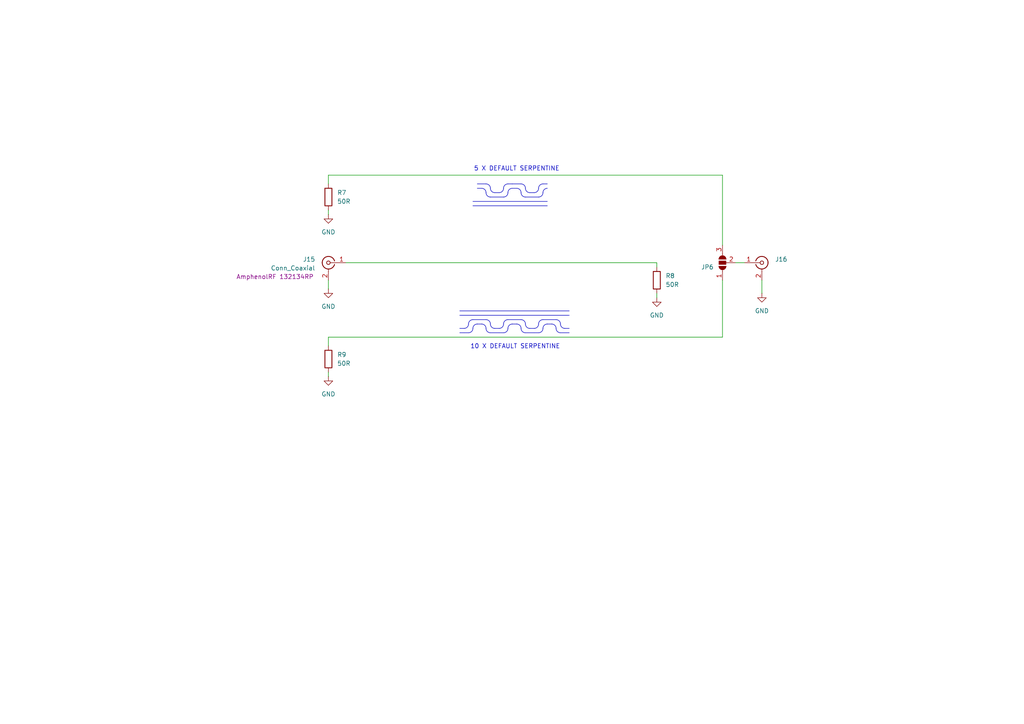
<source format=kicad_sch>
(kicad_sch (version 20250114) (generator "eeschema") (generator_version "9.0")
  (paper "A4")
  (title_block (title "\"Key\" - TL Characterization Test Board") (date "2026-01-27") (rev "A") (company "GHM") (comment 1 "Vendor: JLC PCB, $7") (comment 2 "Standard PCB process. No impedance control."))
  (lib_symbols
    (symbol "Connector:Conn_Coaxial" (pin_names (offset 1.016) (hide yes))
      (property "Reference" "J" (at 0.254 3.048 0))
      (property "Value" "Conn_Coaxial" (at 2.921 0 90))
      (symbol "Conn_Coaxial_0_1"
        (polyline (pts (xy -2.54 0) (xy -0.508 0)))
        (arc (start 1.778 0) (mid 0.222 -1.8079) (end -1.778 -0.508) (stroke (width 0.254)))
        (arc (start -1.778 0.508) (mid 0.2221 1.8084) (end 1.778 0) (stroke (width 0.254)))
        (circle (center 0 0) (radius 0.508) (stroke (width 0.2032)))
        (polyline (pts (xy 0 -2.54) (xy 0 -1.778)))
      )
      (symbol "Conn_Coaxial_1_1"
        (pin passive line (at -5.08 0 0) (length 2.54) (name "In") (number "1"))
        (pin passive line (at 0 -5.08 90) (length 2.54) (name "Ext") (number "2"))
      )
    )
    (symbol "Device:R" (pin_numbers (hide yes)) (pin_names (offset 0))
      (property "Reference" "R" (at 2.032 0 90))
      (property "Value" "R" (at 0 0 90))
      (symbol "R_0_1"
        (rectangle (start -1.016 -2.54) (end 1.016 2.54) (stroke (width 0.254)))
      )
      (symbol "R_1_1"
        (pin passive line (at 0 3.81 270) (length 1.27) (name "~") (number "1"))
        (pin passive line (at 0 -3.81 90) (length 1.27) (name "~") (number "2"))
      )
    )
    (symbol "Jumper:SolderJumper_3_Open" (pin_names (offset 0) (hide yes)) (exclude_from_sim yes) (in_bom no)
      (property "Reference" "JP" (at -2.54 -2.54 0))
      (property "Value" "SolderJumper_3_Open" (at 0 2.794 0))
      (symbol "SolderJumper_3_Open_0_1"
        (polyline (pts (xy -2.54 0) (xy -2.032 0)))
        (polyline (pts (xy -1.016 1.016) (xy -1.016 -1.016)))
        (arc (start -1.016 -1.016) (mid -2.0276 0) (end -1.016 1.016))
        (arc (start -1.016 -1.016) (mid -2.0276 0) (end -1.016 1.016) (fill (type outline)))
        (rectangle (start -0.508 1.016) (end 0.508 -1.016) (fill (type outline)))
        (polyline (pts (xy 0 -1.27) (xy 0 -1.016)))
        (arc (start 1.016 1.016) (mid 2.0276 0) (end 1.016 -1.016))
        (arc (start 1.016 1.016) (mid 2.0276 0) (end 1.016 -1.016) (fill (type outline)))
        (polyline (pts (xy 1.016 1.016) (xy 1.016 -1.016)))
        (polyline (pts (xy 2.54 0) (xy 2.032 0)))
      )
      (symbol "SolderJumper_3_Open_1_1"
        (pin passive line (at -5.08 0 0) (length 2.54) (name "A") (number "1"))
        (pin passive line (at 0 -3.81 90) (length 2.54) (name "C") (number "2"))
        (pin passive line (at 5.08 0 180) (length 2.54) (name "B") (number "3"))
      )
    )
    (symbol "power:GND" (power) (pin_numbers (hide yes)) (pin_names (offset 0) (hide yes))
      (property "Value" "GND" (at 0 -3.81 0))
      (symbol "GND_0_1"
        (polyline (pts (xy 0 0) (xy 0 -1.27) (xy 1.27 -1.27) (xy 0 -2.54) (xy -1.27 -1.27) (xy 0 -1.27)))
      )
      (symbol "GND_1_1"
        (pin power_in line (at 0 0 270) (length 0) (name "~") (number "1"))
      )
    )
  )
  (arc (start 151.13 53.34) (mid 152.028 53.712) (end 152.4 54.61))
  (arc (start 142.24 96.52) (mid 141.342 96.148) (end 140.97 95.25))
  (arc (start 156.21 54.61) (mid 155.838 55.508) (end 154.94 55.88))
  (arc (start 146.05 93.98) (mid 145.678 94.878) (end 144.78 95.25))
  (arc (start 151.13 92.71) (mid 152.028 93.082) (end 152.4 93.98))
  (arc (start 147.32 95.25) (mid 147.692 94.352) (end 148.59 93.98))
  (arc (start 147.32 95.25) (mid 146.948 96.148) (end 146.05 96.52))
  (arc (start 143.51 55.88) (mid 142.612 55.508) (end 142.24 54.61))
  (arc (start 163.83 95.25) (mid 162.932 94.878) (end 162.56 93.98))
  (arc (start 135.89 93.98) (mid 135.518 94.878) (end 134.62 95.25))
  (arc (start 142.24 57.15) (mid 141.342 56.778) (end 140.97 55.88))
  (arc (start 161.29 92.71) (mid 162.188 93.082) (end 162.56 93.98))
  (arc (start 147.32 55.88) (mid 147.692 54.982) (end 148.59 54.61))
  (arc (start 139.7 54.61) (mid 140.598 54.982) (end 140.97 55.88))
  (arc (start 156.21 93.98) (mid 155.838 94.878) (end 154.94 95.25))
  (arc (start 137.16 95.25) (mid 136.788 96.148) (end 135.89 96.52))
  (arc (start 149.86 93.98) (mid 150.758 94.352) (end 151.13 95.25))
  (arc (start 146.05 93.98) (mid 146.422 93.082) (end 147.32 92.71))
  (arc (start 149.86 54.61) (mid 150.758 54.982) (end 151.13 55.88))
  (arc (start 147.32 55.88) (mid 146.948 56.778) (end 146.05 57.15))
  (arc (start 146.05 54.61) (mid 146.422 53.712) (end 147.32 53.34))
  (arc (start 157.48 55.88) (mid 157.108 56.778) (end 156.21 57.15))
  (arc (start 143.51 95.25) (mid 142.612 94.878) (end 142.24 93.98))
  (arc (start 152.4 96.52) (mid 151.502 96.148) (end 151.13 95.25))
  (arc (start 156.21 54.61) (mid 156.582 53.712) (end 157.48 53.34))
  (arc (start 135.89 93.98) (mid 136.262 93.082) (end 137.16 92.71))
  (arc (start 153.67 95.25) (mid 152.772 94.878) (end 152.4 93.98))
  (arc (start 140.97 92.71) (mid 141.868 93.082) (end 142.24 93.98))
  (arc (start 160.02 93.98) (mid 160.918 94.352) (end 161.29 95.25))
  (arc (start 137.16 95.25) (mid 137.532 94.352) (end 138.43 93.98))
  (arc (start 153.67 55.88) (mid 152.772 55.508) (end 152.4 54.61))
  (arc (start 156.21 93.98) (mid 156.582 93.082) (end 157.48 92.71))
  (arc (start 140.97 53.34) (mid 141.868 53.712) (end 142.24 54.61))
  (arc (start 152.4 57.15) (mid 151.502 56.778) (end 151.13 55.88))
  (arc (start 146.05 54.61) (mid 145.678 55.508) (end 144.78 55.88))
  (arc (start 157.48 55.88) (mid 157.852 54.982) (end 158.75 54.61))
  (arc (start 139.7 93.98) (mid 140.598 94.352) (end 140.97 95.25))
  (arc (start 157.48 95.25) (mid 157.108 96.148) (end 156.21 96.52))
  (arc (start 157.48 95.25) (mid 157.852 94.352) (end 158.75 93.98))
  (arc (start 162.56 96.52) (mid 161.662 96.148) (end 161.29 95.25))
  (text "10 X DEFAULT SERPENTINE" (at 136.398 100.584 0) (effects (font (size 1.27 1.27)) (justify left)))
  (text "5 X DEFAULT SERPENTINE" (at 162.306 49.022 0) (effects (font (size 1.27 1.27)) (justify right)))
  (polyline (pts (xy 153.67 95.25) (xy 154.94 95.25)))
  (wire (pts (xy 220.98 81.28) (xy 220.98 85.09)))
  (polyline (pts (xy 133.35 90.17) (xy 165.1 90.17)))
  (polyline (pts (xy 139.7 54.61) (xy 138.43 54.61)))
  (polyline (pts (xy 162.56 96.52) (xy 165.1 96.52)))
  (polyline (pts (xy 163.83 95.25) (xy 165.1 95.25)))
  (polyline (pts (xy 140.97 53.34) (xy 138.43 53.34)))
  (wire (pts (xy 209.55 81.28) (xy 209.55 97.79)))
  (polyline (pts (xy 144.78 55.88) (xy 143.51 55.88)))
  (polyline (pts (xy 158.75 59.69) (xy 137.16 59.69)))
  (polyline (pts (xy 154.94 96.52) (xy 156.21 96.52)))
  (wire (pts (xy 95.25 50.8) (xy 209.55 50.8)))
  (polyline (pts (xy 154.94 55.88) (xy 153.67 55.88)))
  (polyline (pts (xy 133.35 91.44) (xy 165.1 91.44)))
  (polyline (pts (xy 149.86 54.61) (xy 148.59 54.61)))
  (polyline (pts (xy 148.59 53.34) (xy 147.32 53.34)))
  (polyline (pts (xy 142.24 96.52) (xy 144.78 96.52)))
  (polyline (pts (xy 152.4 96.52) (xy 154.94 96.52)))
  (polyline (pts (xy 156.21 57.15) (xy 152.4 57.15)))
  (wire (pts (xy 95.25 50.8) (xy 95.25 53.34)))
  (polyline (pts (xy 133.35 95.25) (xy 134.62 95.25)))
  (wire (pts (xy 213.36 76.2) (xy 215.9 76.2)))
  (polyline (pts (xy 143.51 95.25) (xy 144.78 95.25)))
  (polyline (pts (xy 158.75 53.34) (xy 157.48 53.34)))
  (wire (pts (xy 209.55 50.8) (xy 209.55 71.12)))
  (polyline (pts (xy 158.75 93.98) (xy 160.02 93.98)))
  (wire (pts (xy 95.25 107.95) (xy 95.25 109.22)))
  (polyline (pts (xy 146.05 57.15) (xy 142.24 57.15)))
  (wire (pts (xy 100.33 76.2) (xy 190.5 76.2)))
  (polyline (pts (xy 147.32 92.71) (xy 151.13 92.71)))
  (polyline (pts (xy 157.48 92.71) (xy 161.29 92.71)))
  (wire (pts (xy 190.5 76.2) (xy 190.5 77.47)))
  (wire (pts (xy 95.25 81.28) (xy 95.25 83.82)))
  (polyline (pts (xy 151.13 53.34) (xy 148.59 53.34)))
  (polyline (pts (xy 148.59 93.98) (xy 149.86 93.98)))
  (polyline (pts (xy 137.16 92.71) (xy 140.97 92.71)))
  (polyline (pts (xy 144.78 96.52) (xy 146.05 96.52)))
  (polyline (pts (xy 134.62 96.52) (xy 135.89 96.52)))
  (wire (pts (xy 190.5 85.09) (xy 190.5 86.36)))
  (wire (pts (xy 95.25 97.79) (xy 95.25 100.33)))
  (polyline (pts (xy 158.75 58.42) (xy 137.16 58.42)))
  (wire (pts (xy 95.25 60.96) (xy 95.25 62.23)))
  (wire (pts (xy 209.55 97.79) (xy 95.25 97.79)))
  (polyline (pts (xy 138.43 93.98) (xy 139.7 93.98)))
  (polyline (pts (xy 133.35 96.52) (xy 134.62 96.52)))
  (symbol (lib_id "power:GND") (at 95.25 109.22 0) (unit 1)
    (property "Reference" "#PWR025" (effects (hide yes)))
    (property "Value" "GND" (at 95.25 114.3 0))
    (property "Description" "Power symbol creates a global label with name \"GND\" , ground" (effects (hide yes)))
  )
  (symbol (lib_id "power:GND") (at 190.5 86.36 0) (unit 1)
    (property "Reference" "#PWR024" (effects (hide yes)))
    (property "Value" "GND" (at 190.5 91.44 0))
    (property "Description" "Power symbol creates a global label with name \"GND\" , ground" (effects (hide yes)))
  )
  (symbol (lib_id "Connector:Conn_Coaxial") (at 95.25 76.2 0) (mirror y) (unit 1) (exclude_from_sim yes)
    (property "Reference" "J15" (at 91.44 75.2231 0) (effects (justify left)))
    (property "Value" "Conn_Coaxial" (at 91.44 77.7631 0) (effects (justify left)))
    (property "Footprint" "Library:SMA" (effects (hide yes)))
    (property "Datasheet" "https://www.digikey.com/en/products/detail/amphenol-rf/132134RP/1011908" (effects (hide yes)))
    (property "Description" "AmphenolRF 132134RP" (at 79.756 80.264 0))
  )
  (symbol (lib_id "Device:R") (at 95.25 57.15 0) (unit 1)
    (property "Reference" "R7" (at 97.79 55.8799 0) (effects (justify left)))
    (property "Value" "50R" (at 97.79 58.4199 0) (effects (justify left)))
    (property "Footprint" "Resistor_SMD:R_0603_1608Metric" (effects (hide yes)))
    (property "Description" "Resistor" (effects (hide yes)))
  )
  (symbol (lib_id "power:GND") (at 220.98 85.09 0) (unit 1)
    (property "Reference" "#PWR023" (effects (hide yes)))
    (property "Value" "GND" (at 220.98 90.17 0))
    (property "Description" "Power symbol creates a global label with name \"GND\" , ground" (effects (hide yes)))
  )
  (symbol (lib_id "power:GND") (at 95.25 83.82 0) (unit 1)
    (property "Reference" "#PWR022" (effects (hide yes)))
    (property "Value" "GND" (at 95.25 88.9 0))
    (property "Description" "Power symbol creates a global label with name \"GND\" , ground" (effects (hide yes)))
  )
  (symbol (lib_id "Device:R") (at 190.5 81.28 0) (unit 1)
    (property "Reference" "R8" (at 193.04 80.0099 0) (effects (justify left)))
    (property "Value" "50R" (at 193.04 82.5499 0) (effects (justify left)))
    (property "Footprint" "Resistor_SMD:R_0603_1608Metric" (effects (hide yes)))
    (property "Description" "Resistor" (effects (hide yes)))
  )
  (symbol (lib_id "power:GND") (at 95.25 62.23 0) (unit 1)
    (property "Reference" "#PWR021" (effects (hide yes)))
    (property "Value" "GND" (at 95.25 67.31 0))
    (property "Description" "Power symbol creates a global label with name \"GND\" , ground" (effects (hide yes)))
  )
  (symbol (lib_id "Connector:Conn_Coaxial") (at 220.98 76.2 0) (unit 1) (exclude_from_sim yes)
    (property "Reference" "J16" (at 224.79 75.2231 0) (effects (justify left)))
    (property "Value" "Conn_Coaxial" (effects (hide yes)))
    (property "Footprint" "Library:SMA" (effects (hide yes)))
    (property "Datasheet" "https://www.digikey.com/en/products/detail/amphenol-rf/132134RP/1011908" (effects (hide yes)))
    (property "Description" "AmphenolRF 132134RP" (effects (hide yes)))
  )
  (symbol (lib_id "Device:R") (at 95.25 104.14 0) (unit 1)
    (property "Reference" "R9" (at 97.79 102.8699 0) (effects (justify left)))
    (property "Value" "50R" (at 97.79 105.4099 0) (effects (justify left)))
    (property "Footprint" "Resistor_SMD:R_0603_1608Metric" (effects (hide yes)))
    (property "Description" "Resistor" (effects (hide yes)))
  )
  (symbol (lib_id "Jumper:SolderJumper_3_Open") (at 209.55 76.2 90) (unit 1) (exclude_from_sim yes) (in_bom no)
    (property "Reference" "JP6" (at 207.01 77.4701 90) (effects (justify left)))
    (property "Value" "SolderJumper_3_Open" (effects (hide yes)))
    (property "Footprint" "Jumper:SolderJumper-3_P1.3mm_Open_Pad1.0x1.5mm" (effects (hide yes)))
    (property "Description" "Solder Jumper, 3-pole, open" (effects (hide yes)))
  )
)
</source>
